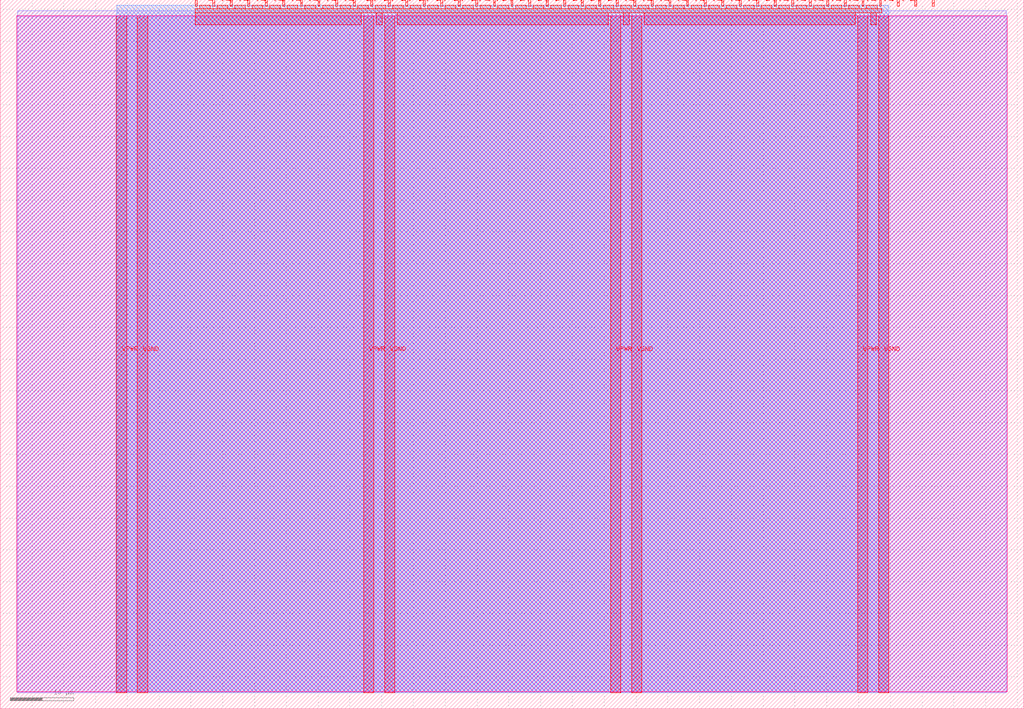
<source format=lef>
VERSION 5.7 ;
  NOWIREEXTENSIONATPIN ON ;
  DIVIDERCHAR "/" ;
  BUSBITCHARS "[]" ;
MACRO tt_um_LabA_Group11
  CLASS BLOCK ;
  FOREIGN tt_um_LabA_Group11 ;
  ORIGIN 0.000 0.000 ;
  SIZE 161.000 BY 111.520 ;
  PIN VGND
    DIRECTION INOUT ;
    USE GROUND ;
    PORT
      LAYER met4 ;
        RECT 21.580 2.480 23.180 109.040 ;
    END
    PORT
      LAYER met4 ;
        RECT 60.450 2.480 62.050 109.040 ;
    END
    PORT
      LAYER met4 ;
        RECT 99.320 2.480 100.920 109.040 ;
    END
    PORT
      LAYER met4 ;
        RECT 138.190 2.480 139.790 109.040 ;
    END
  END VGND
  PIN VPWR
    DIRECTION INOUT ;
    USE POWER ;
    PORT
      LAYER met4 ;
        RECT 18.280 2.480 19.880 109.040 ;
    END
    PORT
      LAYER met4 ;
        RECT 57.150 2.480 58.750 109.040 ;
    END
    PORT
      LAYER met4 ;
        RECT 96.020 2.480 97.620 109.040 ;
    END
    PORT
      LAYER met4 ;
        RECT 134.890 2.480 136.490 109.040 ;
    END
  END VPWR
  PIN clk
    DIRECTION INPUT ;
    USE SIGNAL ;
    PORT
      LAYER met4 ;
        RECT 143.830 110.520 144.130 111.520 ;
    END
  END clk
  PIN ena
    DIRECTION INPUT ;
    USE SIGNAL ;
    PORT
      LAYER met4 ;
        RECT 146.590 110.520 146.890 111.520 ;
    END
  END ena
  PIN rst_n
    DIRECTION INPUT ;
    USE SIGNAL ;
    PORT
      LAYER met4 ;
        RECT 141.070 110.520 141.370 111.520 ;
    END
  END rst_n
  PIN ui_in[0]
    DIRECTION INPUT ;
    USE SIGNAL ;
    ANTENNAGATEAREA 0.213000 ;
    PORT
      LAYER met4 ;
        RECT 138.310 110.520 138.610 111.520 ;
    END
  END ui_in[0]
  PIN ui_in[1]
    DIRECTION INPUT ;
    USE SIGNAL ;
    ANTENNAGATEAREA 0.159000 ;
    PORT
      LAYER met4 ;
        RECT 135.550 110.520 135.850 111.520 ;
    END
  END ui_in[1]
  PIN ui_in[2]
    DIRECTION INPUT ;
    USE SIGNAL ;
    ANTENNAGATEAREA 0.213000 ;
    PORT
      LAYER met4 ;
        RECT 132.790 110.520 133.090 111.520 ;
    END
  END ui_in[2]
  PIN ui_in[3]
    DIRECTION INPUT ;
    USE SIGNAL ;
    ANTENNAGATEAREA 0.213000 ;
    PORT
      LAYER met4 ;
        RECT 130.030 110.520 130.330 111.520 ;
    END
  END ui_in[3]
  PIN ui_in[4]
    DIRECTION INPUT ;
    USE SIGNAL ;
    ANTENNAGATEAREA 0.213000 ;
    PORT
      LAYER met4 ;
        RECT 127.270 110.520 127.570 111.520 ;
    END
  END ui_in[4]
  PIN ui_in[5]
    DIRECTION INPUT ;
    USE SIGNAL ;
    ANTENNAGATEAREA 0.159000 ;
    PORT
      LAYER met4 ;
        RECT 124.510 110.520 124.810 111.520 ;
    END
  END ui_in[5]
  PIN ui_in[6]
    DIRECTION INPUT ;
    USE SIGNAL ;
    ANTENNAGATEAREA 0.159000 ;
    PORT
      LAYER met4 ;
        RECT 121.750 110.520 122.050 111.520 ;
    END
  END ui_in[6]
  PIN ui_in[7]
    DIRECTION INPUT ;
    USE SIGNAL ;
    ANTENNAGATEAREA 0.159000 ;
    PORT
      LAYER met4 ;
        RECT 118.990 110.520 119.290 111.520 ;
    END
  END ui_in[7]
  PIN uio_in[0]
    DIRECTION INPUT ;
    USE SIGNAL ;
    PORT
      LAYER met4 ;
        RECT 116.230 110.520 116.530 111.520 ;
    END
  END uio_in[0]
  PIN uio_in[1]
    DIRECTION INPUT ;
    USE SIGNAL ;
    PORT
      LAYER met4 ;
        RECT 113.470 110.520 113.770 111.520 ;
    END
  END uio_in[1]
  PIN uio_in[2]
    DIRECTION INPUT ;
    USE SIGNAL ;
    PORT
      LAYER met4 ;
        RECT 110.710 110.520 111.010 111.520 ;
    END
  END uio_in[2]
  PIN uio_in[3]
    DIRECTION INPUT ;
    USE SIGNAL ;
    PORT
      LAYER met4 ;
        RECT 107.950 110.520 108.250 111.520 ;
    END
  END uio_in[3]
  PIN uio_in[4]
    DIRECTION INPUT ;
    USE SIGNAL ;
    PORT
      LAYER met4 ;
        RECT 105.190 110.520 105.490 111.520 ;
    END
  END uio_in[4]
  PIN uio_in[5]
    DIRECTION INPUT ;
    USE SIGNAL ;
    PORT
      LAYER met4 ;
        RECT 102.430 110.520 102.730 111.520 ;
    END
  END uio_in[5]
  PIN uio_in[6]
    DIRECTION INPUT ;
    USE SIGNAL ;
    PORT
      LAYER met4 ;
        RECT 99.670 110.520 99.970 111.520 ;
    END
  END uio_in[6]
  PIN uio_in[7]
    DIRECTION INPUT ;
    USE SIGNAL ;
    PORT
      LAYER met4 ;
        RECT 96.910 110.520 97.210 111.520 ;
    END
  END uio_in[7]
  PIN uio_oe[0]
    DIRECTION OUTPUT ;
    USE SIGNAL ;
    PORT
      LAYER met4 ;
        RECT 49.990 110.520 50.290 111.520 ;
    END
  END uio_oe[0]
  PIN uio_oe[1]
    DIRECTION OUTPUT ;
    USE SIGNAL ;
    PORT
      LAYER met4 ;
        RECT 47.230 110.520 47.530 111.520 ;
    END
  END uio_oe[1]
  PIN uio_oe[2]
    DIRECTION OUTPUT ;
    USE SIGNAL ;
    PORT
      LAYER met4 ;
        RECT 44.470 110.520 44.770 111.520 ;
    END
  END uio_oe[2]
  PIN uio_oe[3]
    DIRECTION OUTPUT ;
    USE SIGNAL ;
    PORT
      LAYER met4 ;
        RECT 41.710 110.520 42.010 111.520 ;
    END
  END uio_oe[3]
  PIN uio_oe[4]
    DIRECTION OUTPUT ;
    USE SIGNAL ;
    PORT
      LAYER met4 ;
        RECT 38.950 110.520 39.250 111.520 ;
    END
  END uio_oe[4]
  PIN uio_oe[5]
    DIRECTION OUTPUT ;
    USE SIGNAL ;
    PORT
      LAYER met4 ;
        RECT 36.190 110.520 36.490 111.520 ;
    END
  END uio_oe[5]
  PIN uio_oe[6]
    DIRECTION OUTPUT ;
    USE SIGNAL ;
    PORT
      LAYER met4 ;
        RECT 33.430 110.520 33.730 111.520 ;
    END
  END uio_oe[6]
  PIN uio_oe[7]
    DIRECTION OUTPUT ;
    USE SIGNAL ;
    PORT
      LAYER met4 ;
        RECT 30.670 110.520 30.970 111.520 ;
    END
  END uio_oe[7]
  PIN uio_out[0]
    DIRECTION OUTPUT ;
    USE SIGNAL ;
    PORT
      LAYER met4 ;
        RECT 72.070 110.520 72.370 111.520 ;
    END
  END uio_out[0]
  PIN uio_out[1]
    DIRECTION OUTPUT ;
    USE SIGNAL ;
    PORT
      LAYER met4 ;
        RECT 69.310 110.520 69.610 111.520 ;
    END
  END uio_out[1]
  PIN uio_out[2]
    DIRECTION OUTPUT ;
    USE SIGNAL ;
    PORT
      LAYER met4 ;
        RECT 66.550 110.520 66.850 111.520 ;
    END
  END uio_out[2]
  PIN uio_out[3]
    DIRECTION OUTPUT ;
    USE SIGNAL ;
    PORT
      LAYER met4 ;
        RECT 63.790 110.520 64.090 111.520 ;
    END
  END uio_out[3]
  PIN uio_out[4]
    DIRECTION OUTPUT ;
    USE SIGNAL ;
    PORT
      LAYER met4 ;
        RECT 61.030 110.520 61.330 111.520 ;
    END
  END uio_out[4]
  PIN uio_out[5]
    DIRECTION OUTPUT ;
    USE SIGNAL ;
    PORT
      LAYER met4 ;
        RECT 58.270 110.520 58.570 111.520 ;
    END
  END uio_out[5]
  PIN uio_out[6]
    DIRECTION OUTPUT ;
    USE SIGNAL ;
    PORT
      LAYER met4 ;
        RECT 55.510 110.520 55.810 111.520 ;
    END
  END uio_out[6]
  PIN uio_out[7]
    DIRECTION OUTPUT ;
    USE SIGNAL ;
    PORT
      LAYER met4 ;
        RECT 52.750 110.520 53.050 111.520 ;
    END
  END uio_out[7]
  PIN uo_out[0]
    DIRECTION OUTPUT ;
    USE SIGNAL ;
    ANTENNADIFFAREA 0.643500 ;
    PORT
      LAYER met4 ;
        RECT 94.150 110.520 94.450 111.520 ;
    END
  END uo_out[0]
  PIN uo_out[1]
    DIRECTION OUTPUT ;
    USE SIGNAL ;
    ANTENNADIFFAREA 0.445500 ;
    PORT
      LAYER met4 ;
        RECT 91.390 110.520 91.690 111.520 ;
    END
  END uo_out[1]
  PIN uo_out[2]
    DIRECTION OUTPUT ;
    USE SIGNAL ;
    ANTENNADIFFAREA 0.445500 ;
    PORT
      LAYER met4 ;
        RECT 88.630 110.520 88.930 111.520 ;
    END
  END uo_out[2]
  PIN uo_out[3]
    DIRECTION OUTPUT ;
    USE SIGNAL ;
    ANTENNADIFFAREA 0.445500 ;
    PORT
      LAYER met4 ;
        RECT 85.870 110.520 86.170 111.520 ;
    END
  END uo_out[3]
  PIN uo_out[4]
    DIRECTION OUTPUT ;
    USE SIGNAL ;
    ANTENNADIFFAREA 0.445500 ;
    PORT
      LAYER met4 ;
        RECT 83.110 110.520 83.410 111.520 ;
    END
  END uo_out[4]
  PIN uo_out[5]
    DIRECTION OUTPUT ;
    USE SIGNAL ;
    ANTENNADIFFAREA 0.445500 ;
    PORT
      LAYER met4 ;
        RECT 80.350 110.520 80.650 111.520 ;
    END
  END uo_out[5]
  PIN uo_out[6]
    DIRECTION OUTPUT ;
    USE SIGNAL ;
    ANTENNADIFFAREA 0.445500 ;
    PORT
      LAYER met4 ;
        RECT 77.590 110.520 77.890 111.520 ;
    END
  END uo_out[6]
  PIN uo_out[7]
    DIRECTION OUTPUT ;
    USE SIGNAL ;
    ANTENNADIFFAREA 0.445500 ;
    PORT
      LAYER met4 ;
        RECT 74.830 110.520 75.130 111.520 ;
    END
  END uo_out[7]
  OBS
      LAYER nwell ;
        RECT 2.570 2.635 158.430 108.990 ;
      LAYER li1 ;
        RECT 2.760 2.635 158.240 108.885 ;
      LAYER met1 ;
        RECT 2.760 2.480 158.240 109.780 ;
      LAYER met2 ;
        RECT 18.310 2.535 139.760 110.685 ;
      LAYER met3 ;
        RECT 18.290 2.555 139.780 110.665 ;
      LAYER met4 ;
        RECT 31.370 110.120 33.030 110.665 ;
        RECT 34.130 110.120 35.790 110.665 ;
        RECT 36.890 110.120 38.550 110.665 ;
        RECT 39.650 110.120 41.310 110.665 ;
        RECT 42.410 110.120 44.070 110.665 ;
        RECT 45.170 110.120 46.830 110.665 ;
        RECT 47.930 110.120 49.590 110.665 ;
        RECT 50.690 110.120 52.350 110.665 ;
        RECT 53.450 110.120 55.110 110.665 ;
        RECT 56.210 110.120 57.870 110.665 ;
        RECT 58.970 110.120 60.630 110.665 ;
        RECT 61.730 110.120 63.390 110.665 ;
        RECT 64.490 110.120 66.150 110.665 ;
        RECT 67.250 110.120 68.910 110.665 ;
        RECT 70.010 110.120 71.670 110.665 ;
        RECT 72.770 110.120 74.430 110.665 ;
        RECT 75.530 110.120 77.190 110.665 ;
        RECT 78.290 110.120 79.950 110.665 ;
        RECT 81.050 110.120 82.710 110.665 ;
        RECT 83.810 110.120 85.470 110.665 ;
        RECT 86.570 110.120 88.230 110.665 ;
        RECT 89.330 110.120 90.990 110.665 ;
        RECT 92.090 110.120 93.750 110.665 ;
        RECT 94.850 110.120 96.510 110.665 ;
        RECT 97.610 110.120 99.270 110.665 ;
        RECT 100.370 110.120 102.030 110.665 ;
        RECT 103.130 110.120 104.790 110.665 ;
        RECT 105.890 110.120 107.550 110.665 ;
        RECT 108.650 110.120 110.310 110.665 ;
        RECT 111.410 110.120 113.070 110.665 ;
        RECT 114.170 110.120 115.830 110.665 ;
        RECT 116.930 110.120 118.590 110.665 ;
        RECT 119.690 110.120 121.350 110.665 ;
        RECT 122.450 110.120 124.110 110.665 ;
        RECT 125.210 110.120 126.870 110.665 ;
        RECT 127.970 110.120 129.630 110.665 ;
        RECT 130.730 110.120 132.390 110.665 ;
        RECT 133.490 110.120 135.150 110.665 ;
        RECT 136.250 110.120 137.910 110.665 ;
        RECT 30.655 109.440 138.625 110.120 ;
        RECT 30.655 107.615 56.750 109.440 ;
        RECT 59.150 107.615 60.050 109.440 ;
        RECT 62.450 107.615 95.620 109.440 ;
        RECT 98.020 107.615 98.920 109.440 ;
        RECT 101.320 107.615 134.490 109.440 ;
        RECT 136.890 107.615 137.790 109.440 ;
  END
END tt_um_LabA_Group11
END LIBRARY


</source>
